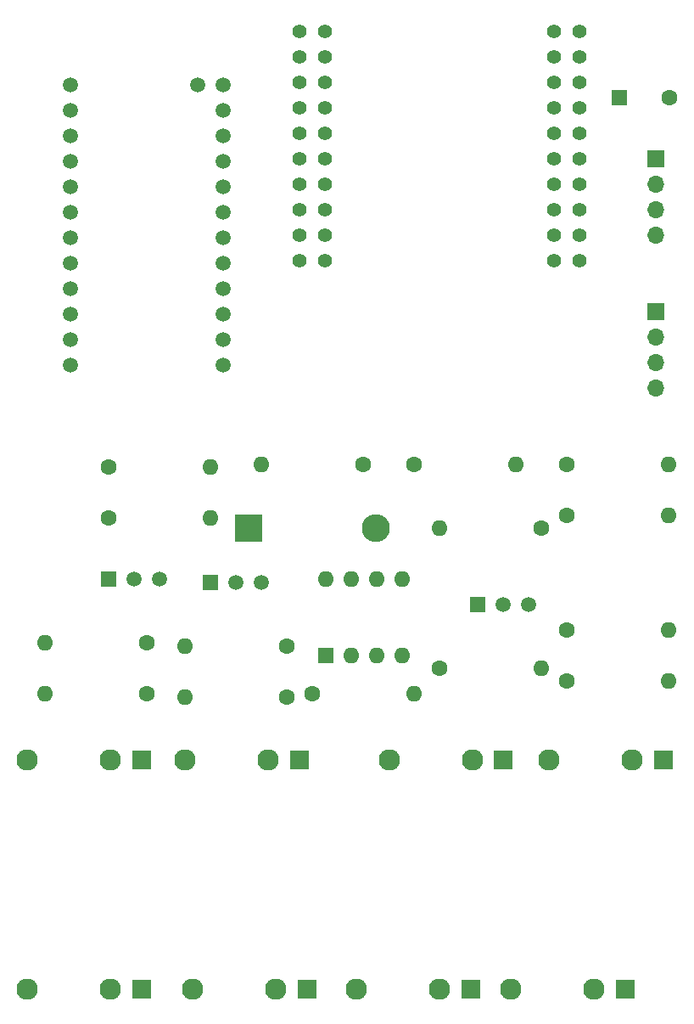
<source format=gbs>
%TF.GenerationSoftware,KiCad,Pcbnew,7.0.5-0*%
%TF.CreationDate,2024-01-09T14:25:18-05:00*%
%TF.ProjectId,ESP-32_USB_sequencer,4553502d-3332-45f5-9553-425f73657175,rev?*%
%TF.SameCoordinates,Original*%
%TF.FileFunction,Soldermask,Bot*%
%TF.FilePolarity,Negative*%
%FSLAX46Y46*%
G04 Gerber Fmt 4.6, Leading zero omitted, Abs format (unit mm)*
G04 Created by KiCad (PCBNEW 7.0.5-0) date 2024-01-09 14:25:18*
%MOMM*%
%LPD*%
G01*
G04 APERTURE LIST*
%ADD10C,1.600000*%
%ADD11O,1.600000X1.600000*%
%ADD12R,1.600000X1.600000*%
%ADD13R,1.500000X1.500000*%
%ADD14C,1.500000*%
%ADD15C,1.400000*%
%ADD16R,2.800000X2.800000*%
%ADD17O,2.800000X2.800000*%
%ADD18R,1.700000X1.700000*%
%ADD19O,1.700000X1.700000*%
%ADD20R,1.830000X1.930000*%
%ADD21C,2.130000*%
G04 APERTURE END LIST*
D10*
%TO.C,R11*%
X127000000Y-134403000D03*
D11*
X137160000Y-134403000D03*
%TD*%
D10*
%TO.C,R23*%
X101600000Y-152183000D03*
D11*
X111760000Y-152183000D03*
%TD*%
D10*
%TO.C,R22*%
X106680000Y-129323000D03*
D11*
X96520000Y-129323000D03*
%TD*%
D10*
%TO.C,R21*%
X111760000Y-129323000D03*
D11*
X121920000Y-129323000D03*
%TD*%
D12*
%TO.C,U5*%
X102880000Y-148363000D03*
D11*
X105420000Y-148363000D03*
X107960000Y-148363000D03*
X110500000Y-148363000D03*
X110500000Y-140743000D03*
X107960000Y-140743000D03*
X105420000Y-140743000D03*
X102880000Y-140743000D03*
%TD*%
D13*
%TO.C,Q4*%
X81280000Y-140753000D03*
D14*
X83820000Y-140753000D03*
X86360000Y-140753000D03*
%TD*%
%TO.C,U2*%
X77470000Y-91440000D03*
X77470000Y-93980000D03*
X77470000Y-96520000D03*
X77470000Y-99060000D03*
X77470000Y-101600000D03*
X77470000Y-104140000D03*
X77470000Y-106680000D03*
X77470000Y-109220000D03*
X77470000Y-111760000D03*
X77470000Y-114300000D03*
X77470000Y-116840000D03*
X77470000Y-119380000D03*
X92710000Y-119380000D03*
X92710000Y-116840000D03*
X92710000Y-114300000D03*
X92710000Y-111760000D03*
X92710000Y-109220000D03*
X92710000Y-106680000D03*
X92710000Y-104140000D03*
X92710000Y-101600000D03*
X92710000Y-99060000D03*
X92710000Y-96520000D03*
X92710000Y-93980000D03*
X92710000Y-91440000D03*
X90170000Y-91440000D03*
%TD*%
D15*
%TO.C,U1*%
X128270000Y-109003000D03*
X125730000Y-109003000D03*
X128270000Y-106463000D03*
X125730000Y-106463000D03*
X128270000Y-103923000D03*
X125730000Y-103923000D03*
X128270000Y-101383000D03*
X125730000Y-101383000D03*
X128270000Y-98843000D03*
X125730000Y-98843000D03*
X128270000Y-96303000D03*
X125730000Y-96303000D03*
X128270000Y-93763000D03*
X125730000Y-93763000D03*
X128270000Y-91223000D03*
X125730000Y-91223000D03*
X128270000Y-88683000D03*
X125730000Y-88683000D03*
X128270000Y-86143000D03*
X125730000Y-86143000D03*
X102870000Y-109003000D03*
X100330000Y-109003000D03*
X102870000Y-106463000D03*
X100330000Y-106463000D03*
X102870000Y-103923000D03*
X100330000Y-103923000D03*
X102870000Y-101383000D03*
X100330000Y-101383000D03*
X102870000Y-98843000D03*
X100330000Y-98843000D03*
X102870000Y-96303000D03*
X100330000Y-96303000D03*
X102870000Y-93763000D03*
X100330000Y-93763000D03*
X102870000Y-91223000D03*
X100330000Y-91223000D03*
X102870000Y-88683000D03*
X100330000Y-88683000D03*
X102870000Y-86143000D03*
X100330000Y-86143000D03*
%TD*%
D10*
%TO.C,R18*%
X81280000Y-129540000D03*
D11*
X91440000Y-129540000D03*
%TD*%
D10*
%TO.C,R27*%
X114300000Y-149643000D03*
D11*
X124460000Y-149643000D03*
%TD*%
D10*
%TO.C,R13*%
X127000000Y-150913000D03*
D11*
X137160000Y-150913000D03*
%TD*%
D10*
%TO.C,R14*%
X99060000Y-147463000D03*
D11*
X88900000Y-147463000D03*
%TD*%
D13*
%TO.C,Q3*%
X91440000Y-141113000D03*
D14*
X93980000Y-141113000D03*
X96520000Y-141113000D03*
%TD*%
D13*
%TO.C,Q7*%
X118110000Y-143293000D03*
D14*
X120650000Y-143293000D03*
X123190000Y-143293000D03*
%TD*%
D16*
%TO.C,D9*%
X95250000Y-135673000D03*
D17*
X107950000Y-135673000D03*
%TD*%
D10*
%TO.C,R24*%
X124460000Y-135673000D03*
D11*
X114300000Y-135673000D03*
%TD*%
D12*
%TO.C,C2*%
X132217349Y-92710000D03*
D10*
X137217349Y-92710000D03*
%TD*%
%TO.C,R10*%
X127000000Y-129323000D03*
D11*
X137160000Y-129323000D03*
%TD*%
D10*
%TO.C,R12*%
X127000000Y-145833000D03*
D11*
X137160000Y-145833000D03*
%TD*%
D10*
%TO.C,R15*%
X85090000Y-152183000D03*
D11*
X74930000Y-152183000D03*
%TD*%
D10*
%TO.C,R5*%
X99060000Y-152543000D03*
D11*
X88900000Y-152543000D03*
%TD*%
D10*
%TO.C,R16*%
X85090000Y-147103000D03*
D11*
X74930000Y-147103000D03*
%TD*%
D10*
%TO.C,R19*%
X81280000Y-134620000D03*
D11*
X91440000Y-134620000D03*
%TD*%
D18*
%TO.C,I2CA2*%
X135890000Y-114083000D03*
D19*
X135890000Y-116623000D03*
X135890000Y-119163000D03*
X135890000Y-121703000D03*
%TD*%
D20*
%TO.C,J3*%
X84520000Y-158750000D03*
D21*
X73120000Y-158750000D03*
X81420000Y-158750000D03*
%TD*%
%TO.C,J10*%
X109250000Y-158750000D03*
D20*
X120650000Y-158750000D03*
D21*
X117550000Y-158750000D03*
%TD*%
D20*
%TO.C,J6*%
X84520000Y-181610000D03*
D21*
X73120000Y-181610000D03*
X81420000Y-181610000D03*
%TD*%
D20*
%TO.C,J1*%
X117400000Y-181610000D03*
D21*
X106000000Y-181610000D03*
X114300000Y-181610000D03*
%TD*%
D20*
%TO.C,J2*%
X100300000Y-158750000D03*
D21*
X88900000Y-158750000D03*
X97200000Y-158750000D03*
%TD*%
D18*
%TO.C,I2CA1*%
X135890000Y-98853000D03*
D19*
X135890000Y-101393000D03*
X135890000Y-103933000D03*
X135890000Y-106473000D03*
%TD*%
D21*
%TO.C,J12*%
X125190000Y-158750000D03*
D20*
X136590000Y-158750000D03*
D21*
X133490000Y-158750000D03*
%TD*%
D20*
%TO.C,J7*%
X101030000Y-181610000D03*
D21*
X89630000Y-181610000D03*
X97930000Y-181610000D03*
%TD*%
D20*
%TO.C,J5*%
X132780000Y-181610000D03*
D21*
X121380000Y-181610000D03*
X129680000Y-181610000D03*
%TD*%
M02*

</source>
